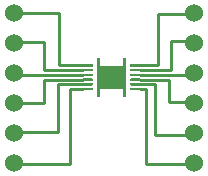
<source format=gtl>
G04*
G04 #@! TF.GenerationSoftware,Altium Limited,Altium Designer,21.7.2 (23)*
G04*
G04 Layer_Physical_Order=1*
G04 Layer_Color=255*
%FSAX25Y25*%
%MOIN*%
G70*
G04*
G04 #@! TF.SameCoordinates,459872EF-3558-45D4-9662-87612B2E164F*
G04*
G04*
G04 #@! TF.FilePolarity,Positive*
G04*
G01*
G75*
%ADD12C,0.01000*%
%ADD13R,0.01575X0.00787*%
%ADD14R,0.09646X0.07677*%
%ADD15C,0.06000*%
%ADD16C,0.01968*%
G36*
X0026024Y-0025044D02*
X0026045Y-0025045D01*
X0026065Y-0025048D01*
X0026086Y-0025052D01*
X0026106Y-0025057D01*
X0026126Y-0025063D01*
X0026145Y-0025069D01*
X0026164Y-0025077D01*
X0026183Y-0025086D01*
X0026201Y-0025096D01*
X0026218Y-0025107D01*
X0026235Y-0025118D01*
X0026252Y-0025131D01*
X0026267Y-0025144D01*
X0026282Y-0025159D01*
X0026296Y-0025174D01*
X0026310Y-0025189D01*
X0026322Y-0025206D01*
X0026334Y-0025223D01*
X0026345Y-0025240D01*
X0026355Y-0025258D01*
X0026364Y-0025277D01*
X0026371Y-0025296D01*
X0026378Y-0025315D01*
X0026384Y-0025335D01*
X0026389Y-0025355D01*
X0026393Y-0025375D01*
X0026395Y-0025396D01*
X0026397Y-0025416D01*
X0026398Y-0025437D01*
X0026397Y-0025458D01*
X0026395Y-0025478D01*
X0026393Y-0025499D01*
X0026389Y-0025519D01*
X0026384Y-0025539D01*
X0026378Y-0025559D01*
X0026371Y-0025578D01*
X0026364Y-0025597D01*
X0026355Y-0025616D01*
X0026345Y-0025634D01*
X0026334Y-0025651D01*
X0026322Y-0025668D01*
X0026310Y-0025685D01*
X0026296Y-0025701D01*
X0026282Y-0025715D01*
X0026267Y-0025730D01*
X0026252Y-0025743D01*
X0026235Y-0025756D01*
X0026218Y-0025767D01*
X0026201Y-0025778D01*
X0026183Y-0025788D01*
X0026164Y-0025797D01*
X0026145Y-0025805D01*
X0026126Y-0025811D01*
X0026106Y-0025817D01*
X0026086Y-0025822D01*
X0026065Y-0025826D01*
X0026045Y-0025829D01*
X0026024Y-0025830D01*
X0026004Y-0025831D01*
X0023051D01*
Y-0025043D01*
X0026004D01*
X0026024Y-0025044D01*
D02*
G37*
G36*
Y-0023469D02*
X0026045Y-0023471D01*
X0026065Y-0023473D01*
X0026086Y-0023477D01*
X0026106Y-0023482D01*
X0026126Y-0023488D01*
X0026145Y-0023495D01*
X0026164Y-0023503D01*
X0026183Y-0023511D01*
X0026201Y-0023521D01*
X0026218Y-0023532D01*
X0026235Y-0023544D01*
X0026252Y-0023556D01*
X0026267Y-0023570D01*
X0026282Y-0023584D01*
X0026296Y-0023599D01*
X0026310Y-0023614D01*
X0026322Y-0023631D01*
X0026334Y-0023648D01*
X0026345Y-0023665D01*
X0026355Y-0023684D01*
X0026364Y-0023702D01*
X0026371Y-0023721D01*
X0026378Y-0023741D01*
X0026384Y-0023760D01*
X0026389Y-0023780D01*
X0026393Y-0023801D01*
X0026395Y-0023821D01*
X0026397Y-0023842D01*
X0026398Y-0023862D01*
X0026397Y-0023883D01*
X0026395Y-0023903D01*
X0026393Y-0023924D01*
X0026389Y-0023944D01*
X0026384Y-0023964D01*
X0026378Y-0023984D01*
X0026371Y-0024003D01*
X0026364Y-0024022D01*
X0026355Y-0024041D01*
X0026345Y-0024059D01*
X0026334Y-0024077D01*
X0026322Y-0024094D01*
X0026310Y-0024110D01*
X0026296Y-0024126D01*
X0026282Y-0024141D01*
X0026267Y-0024155D01*
X0026252Y-0024168D01*
X0026235Y-0024181D01*
X0026218Y-0024192D01*
X0026201Y-0024203D01*
X0026183Y-0024213D01*
X0026164Y-0024222D01*
X0026145Y-0024230D01*
X0026126Y-0024237D01*
X0026106Y-0024242D01*
X0026086Y-0024247D01*
X0026065Y-0024251D01*
X0026045Y-0024254D01*
X0026024Y-0024255D01*
X0026004Y-0024256D01*
X0023051D01*
Y-0023469D01*
X0026004D01*
X0026024Y-0023469D01*
D02*
G37*
G36*
Y-0021894D02*
X0026045Y-0021896D01*
X0026065Y-0021899D01*
X0026086Y-0021902D01*
X0026106Y-0021907D01*
X0026126Y-0021913D01*
X0026145Y-0021920D01*
X0026164Y-0021928D01*
X0026183Y-0021937D01*
X0026201Y-0021946D01*
X0026218Y-0021957D01*
X0026235Y-0021969D01*
X0026252Y-0021981D01*
X0026267Y-0021995D01*
X0026282Y-0022009D01*
X0026296Y-0022024D01*
X0026310Y-0022040D01*
X0026322Y-0022056D01*
X0026334Y-0022073D01*
X0026345Y-0022091D01*
X0026355Y-0022109D01*
X0026364Y-0022127D01*
X0026371Y-0022146D01*
X0026378Y-0022166D01*
X0026384Y-0022185D01*
X0026389Y-0022206D01*
X0026393Y-0022226D01*
X0026395Y-0022246D01*
X0026397Y-0022267D01*
X0026398Y-0022287D01*
X0026397Y-0022308D01*
X0026395Y-0022329D01*
X0026393Y-0022349D01*
X0026389Y-0022369D01*
X0026384Y-0022389D01*
X0026378Y-0022409D01*
X0026371Y-0022429D01*
X0026364Y-0022447D01*
X0026355Y-0022466D01*
X0026345Y-0022484D01*
X0026334Y-0022502D01*
X0026322Y-0022519D01*
X0026310Y-0022535D01*
X0026296Y-0022551D01*
X0026282Y-0022566D01*
X0026267Y-0022580D01*
X0026252Y-0022593D01*
X0026235Y-0022606D01*
X0026218Y-0022618D01*
X0026201Y-0022628D01*
X0026183Y-0022638D01*
X0026164Y-0022647D01*
X0026145Y-0022655D01*
X0026126Y-0022662D01*
X0026106Y-0022668D01*
X0026086Y-0022672D01*
X0026065Y-0022676D01*
X0026045Y-0022679D01*
X0026024Y-0022681D01*
X0026004Y-0022681D01*
X0023051D01*
Y-0021894D01*
X0026004D01*
X0026024Y-0021894D01*
D02*
G37*
G36*
Y-0020319D02*
X0026045Y-0020321D01*
X0026065Y-0020324D01*
X0026086Y-0020327D01*
X0026106Y-0020332D01*
X0026126Y-0020338D01*
X0026145Y-0020345D01*
X0026164Y-0020353D01*
X0026183Y-0020362D01*
X0026201Y-0020372D01*
X0026218Y-0020382D01*
X0026235Y-0020394D01*
X0026252Y-0020407D01*
X0026267Y-0020420D01*
X0026282Y-0020434D01*
X0026296Y-0020449D01*
X0026310Y-0020465D01*
X0026322Y-0020481D01*
X0026334Y-0020498D01*
X0026345Y-0020516D01*
X0026355Y-0020534D01*
X0026364Y-0020552D01*
X0026371Y-0020572D01*
X0026378Y-0020591D01*
X0026384Y-0020611D01*
X0026389Y-0020631D01*
X0026393Y-0020651D01*
X0026395Y-0020671D01*
X0026397Y-0020692D01*
X0026398Y-0020713D01*
X0026397Y-0020733D01*
X0026395Y-0020754D01*
X0026393Y-0020774D01*
X0026389Y-0020795D01*
X0026384Y-0020814D01*
X0026378Y-0020834D01*
X0026371Y-0020854D01*
X0026364Y-0020873D01*
X0026355Y-0020891D01*
X0026345Y-0020910D01*
X0026334Y-0020927D01*
X0026322Y-0020944D01*
X0026310Y-0020960D01*
X0026296Y-0020976D01*
X0026282Y-0020991D01*
X0026267Y-0021005D01*
X0026252Y-0021019D01*
X0026235Y-0021031D01*
X0026218Y-0021043D01*
X0026201Y-0021054D01*
X0026183Y-0021063D01*
X0026164Y-0021072D01*
X0026145Y-0021080D01*
X0026126Y-0021087D01*
X0026106Y-0021093D01*
X0026086Y-0021098D01*
X0026065Y-0021101D01*
X0026045Y-0021104D01*
X0026024Y-0021106D01*
X0026004Y-0021106D01*
X0023051D01*
Y-0020319D01*
X0026004D01*
X0026024Y-0020319D01*
D02*
G37*
G36*
Y-0018745D02*
X0026045Y-0018746D01*
X0026065Y-0018749D01*
X0026086Y-0018753D01*
X0026106Y-0018757D01*
X0026126Y-0018763D01*
X0026145Y-0018770D01*
X0026164Y-0018778D01*
X0026183Y-0018787D01*
X0026201Y-0018797D01*
X0026218Y-0018808D01*
X0026235Y-0018819D01*
X0026252Y-0018832D01*
X0026267Y-0018845D01*
X0026282Y-0018859D01*
X0026296Y-0018874D01*
X0026310Y-0018890D01*
X0026322Y-0018906D01*
X0026334Y-0018923D01*
X0026345Y-0018941D01*
X0026355Y-0018959D01*
X0026364Y-0018978D01*
X0026371Y-0018997D01*
X0026378Y-0019016D01*
X0026384Y-0019036D01*
X0026389Y-0019056D01*
X0026393Y-0019076D01*
X0026395Y-0019097D01*
X0026397Y-0019117D01*
X0026398Y-0019138D01*
X0026397Y-0019158D01*
X0026395Y-0019179D01*
X0026393Y-0019199D01*
X0026389Y-0019220D01*
X0026384Y-0019240D01*
X0026378Y-0019260D01*
X0026371Y-0019279D01*
X0026364Y-0019298D01*
X0026355Y-0019317D01*
X0026345Y-0019335D01*
X0026334Y-0019352D01*
X0026322Y-0019369D01*
X0026310Y-0019386D01*
X0026296Y-0019401D01*
X0026282Y-0019416D01*
X0026267Y-0019430D01*
X0026252Y-0019444D01*
X0026235Y-0019456D01*
X0026218Y-0019468D01*
X0026201Y-0019479D01*
X0026183Y-0019489D01*
X0026164Y-0019498D01*
X0026145Y-0019505D01*
X0026126Y-0019512D01*
X0026106Y-0019518D01*
X0026086Y-0019523D01*
X0026065Y-0019527D01*
X0026045Y-0019529D01*
X0026024Y-0019531D01*
X0026004Y-0019532D01*
X0023051D01*
Y-0018744D01*
X0026004D01*
X0026024Y-0018745D01*
D02*
G37*
G36*
Y-0017170D02*
X0026045Y-0017171D01*
X0026065Y-0017174D01*
X0026086Y-0017178D01*
X0026106Y-0017183D01*
X0026126Y-0017189D01*
X0026145Y-0017195D01*
X0026164Y-0017203D01*
X0026183Y-0017212D01*
X0026201Y-0017222D01*
X0026218Y-0017233D01*
X0026235Y-0017244D01*
X0026252Y-0017257D01*
X0026267Y-0017270D01*
X0026282Y-0017285D01*
X0026296Y-0017300D01*
X0026310Y-0017315D01*
X0026322Y-0017332D01*
X0026334Y-0017349D01*
X0026345Y-0017366D01*
X0026355Y-0017384D01*
X0026364Y-0017403D01*
X0026371Y-0017422D01*
X0026378Y-0017441D01*
X0026384Y-0017461D01*
X0026389Y-0017481D01*
X0026393Y-0017501D01*
X0026395Y-0017522D01*
X0026397Y-0017542D01*
X0026398Y-0017563D01*
X0026397Y-0017584D01*
X0026395Y-0017604D01*
X0026393Y-0017625D01*
X0026389Y-0017645D01*
X0026384Y-0017665D01*
X0026378Y-0017685D01*
X0026371Y-0017704D01*
X0026364Y-0017723D01*
X0026355Y-0017742D01*
X0026345Y-0017760D01*
X0026334Y-0017777D01*
X0026322Y-0017794D01*
X0026310Y-0017811D01*
X0026296Y-0017826D01*
X0026282Y-0017841D01*
X0026267Y-0017856D01*
X0026252Y-0017869D01*
X0026235Y-0017882D01*
X0026218Y-0017893D01*
X0026201Y-0017904D01*
X0026183Y-0017914D01*
X0026164Y-0017923D01*
X0026145Y-0017931D01*
X0026126Y-0017937D01*
X0026106Y-0017943D01*
X0026086Y-0017948D01*
X0026065Y-0017952D01*
X0026045Y-0017955D01*
X0026024Y-0017956D01*
X0026004Y-0017957D01*
X0023051D01*
Y-0017169D01*
X0026004D01*
X0026024Y-0017170D01*
D02*
G37*
G36*
X0037323Y-0027996D02*
X0036339D01*
Y-0025339D01*
X0028661D01*
Y-0027996D01*
X0027677D01*
Y-0015004D01*
X0028661D01*
Y-0017661D01*
X0036339D01*
Y-0015004D01*
X0037323D01*
Y-0027996D01*
D02*
G37*
G36*
X0041949Y-0017957D02*
X0038996D01*
X0038976Y-0017956D01*
X0038955Y-0017955D01*
X0038934Y-0017952D01*
X0038914Y-0017948D01*
X0038894Y-0017943D01*
X0038874Y-0017937D01*
X0038855Y-0017931D01*
X0038836Y-0017923D01*
X0038817Y-0017914D01*
X0038799Y-0017904D01*
X0038782Y-0017893D01*
X0038765Y-0017882D01*
X0038748Y-0017869D01*
X0038733Y-0017856D01*
X0038718Y-0017841D01*
X0038704Y-0017826D01*
X0038690Y-0017811D01*
X0038678Y-0017794D01*
X0038666Y-0017777D01*
X0038655Y-0017760D01*
X0038645Y-0017742D01*
X0038636Y-0017723D01*
X0038629Y-0017704D01*
X0038622Y-0017685D01*
X0038616Y-0017665D01*
X0038611Y-0017645D01*
X0038607Y-0017625D01*
X0038605Y-0017604D01*
X0038603Y-0017584D01*
X0038602Y-0017563D01*
X0038603Y-0017542D01*
X0038605Y-0017522D01*
X0038607Y-0017501D01*
X0038611Y-0017481D01*
X0038616Y-0017461D01*
X0038622Y-0017441D01*
X0038629Y-0017422D01*
X0038636Y-0017403D01*
X0038645Y-0017384D01*
X0038655Y-0017366D01*
X0038666Y-0017349D01*
X0038678Y-0017332D01*
X0038690Y-0017315D01*
X0038704Y-0017300D01*
X0038718Y-0017285D01*
X0038733Y-0017270D01*
X0038748Y-0017257D01*
X0038765Y-0017244D01*
X0038782Y-0017233D01*
X0038799Y-0017222D01*
X0038817Y-0017212D01*
X0038836Y-0017203D01*
X0038855Y-0017195D01*
X0038874Y-0017189D01*
X0038894Y-0017183D01*
X0038914Y-0017178D01*
X0038934Y-0017174D01*
X0038955Y-0017171D01*
X0038976Y-0017170D01*
X0038996Y-0017169D01*
X0041949D01*
Y-0017957D01*
D02*
G37*
G36*
Y-0019532D02*
X0038996D01*
X0038976Y-0019531D01*
X0038955Y-0019529D01*
X0038934Y-0019527D01*
X0038914Y-0019523D01*
X0038894Y-0019518D01*
X0038874Y-0019512D01*
X0038855Y-0019505D01*
X0038836Y-0019498D01*
X0038817Y-0019489D01*
X0038799Y-0019479D01*
X0038782Y-0019468D01*
X0038765Y-0019456D01*
X0038748Y-0019444D01*
X0038733Y-0019430D01*
X0038718Y-0019416D01*
X0038704Y-0019401D01*
X0038690Y-0019386D01*
X0038678Y-0019369D01*
X0038666Y-0019352D01*
X0038655Y-0019335D01*
X0038645Y-0019317D01*
X0038636Y-0019298D01*
X0038629Y-0019279D01*
X0038622Y-0019260D01*
X0038616Y-0019240D01*
X0038611Y-0019220D01*
X0038607Y-0019199D01*
X0038605Y-0019179D01*
X0038603Y-0019158D01*
X0038602Y-0019138D01*
X0038603Y-0019117D01*
X0038605Y-0019097D01*
X0038607Y-0019076D01*
X0038611Y-0019056D01*
X0038616Y-0019036D01*
X0038622Y-0019016D01*
X0038629Y-0018997D01*
X0038636Y-0018978D01*
X0038645Y-0018959D01*
X0038655Y-0018941D01*
X0038666Y-0018923D01*
X0038678Y-0018906D01*
X0038690Y-0018890D01*
X0038704Y-0018874D01*
X0038718Y-0018859D01*
X0038733Y-0018845D01*
X0038748Y-0018832D01*
X0038765Y-0018819D01*
X0038782Y-0018808D01*
X0038799Y-0018797D01*
X0038817Y-0018787D01*
X0038836Y-0018778D01*
X0038855Y-0018770D01*
X0038874Y-0018763D01*
X0038894Y-0018757D01*
X0038914Y-0018753D01*
X0038934Y-0018749D01*
X0038955Y-0018746D01*
X0038976Y-0018745D01*
X0038996Y-0018744D01*
X0041949D01*
Y-0019532D01*
D02*
G37*
G36*
Y-0021106D02*
X0038996D01*
X0038976Y-0021106D01*
X0038955Y-0021104D01*
X0038934Y-0021101D01*
X0038914Y-0021098D01*
X0038894Y-0021093D01*
X0038874Y-0021087D01*
X0038855Y-0021080D01*
X0038836Y-0021072D01*
X0038817Y-0021063D01*
X0038799Y-0021054D01*
X0038782Y-0021043D01*
X0038765Y-0021031D01*
X0038748Y-0021019D01*
X0038733Y-0021005D01*
X0038718Y-0020991D01*
X0038704Y-0020976D01*
X0038690Y-0020960D01*
X0038678Y-0020944D01*
X0038666Y-0020927D01*
X0038655Y-0020910D01*
X0038645Y-0020891D01*
X0038636Y-0020873D01*
X0038629Y-0020854D01*
X0038622Y-0020834D01*
X0038616Y-0020814D01*
X0038611Y-0020795D01*
X0038607Y-0020774D01*
X0038605Y-0020754D01*
X0038603Y-0020733D01*
X0038602Y-0020713D01*
X0038603Y-0020692D01*
X0038605Y-0020671D01*
X0038607Y-0020651D01*
X0038611Y-0020631D01*
X0038616Y-0020611D01*
X0038622Y-0020591D01*
X0038629Y-0020572D01*
X0038636Y-0020552D01*
X0038645Y-0020534D01*
X0038655Y-0020516D01*
X0038666Y-0020498D01*
X0038678Y-0020481D01*
X0038690Y-0020465D01*
X0038704Y-0020449D01*
X0038718Y-0020434D01*
X0038733Y-0020420D01*
X0038748Y-0020407D01*
X0038765Y-0020394D01*
X0038782Y-0020382D01*
X0038799Y-0020372D01*
X0038817Y-0020362D01*
X0038836Y-0020353D01*
X0038855Y-0020345D01*
X0038874Y-0020338D01*
X0038894Y-0020332D01*
X0038914Y-0020327D01*
X0038934Y-0020324D01*
X0038955Y-0020321D01*
X0038976Y-0020319D01*
X0038996Y-0020319D01*
X0041949D01*
Y-0021106D01*
D02*
G37*
G36*
Y-0022681D02*
X0038996D01*
X0038976Y-0022681D01*
X0038955Y-0022679D01*
X0038934Y-0022676D01*
X0038914Y-0022672D01*
X0038894Y-0022668D01*
X0038874Y-0022662D01*
X0038855Y-0022655D01*
X0038836Y-0022647D01*
X0038817Y-0022638D01*
X0038799Y-0022628D01*
X0038782Y-0022618D01*
X0038765Y-0022606D01*
X0038748Y-0022593D01*
X0038733Y-0022580D01*
X0038718Y-0022566D01*
X0038704Y-0022551D01*
X0038690Y-0022535D01*
X0038678Y-0022519D01*
X0038666Y-0022502D01*
X0038655Y-0022484D01*
X0038645Y-0022466D01*
X0038636Y-0022447D01*
X0038629Y-0022429D01*
X0038622Y-0022409D01*
X0038616Y-0022389D01*
X0038611Y-0022369D01*
X0038607Y-0022349D01*
X0038605Y-0022329D01*
X0038603Y-0022308D01*
X0038602Y-0022287D01*
X0038603Y-0022267D01*
X0038605Y-0022246D01*
X0038607Y-0022226D01*
X0038611Y-0022206D01*
X0038616Y-0022185D01*
X0038622Y-0022166D01*
X0038629Y-0022146D01*
X0038636Y-0022127D01*
X0038645Y-0022109D01*
X0038655Y-0022091D01*
X0038666Y-0022073D01*
X0038678Y-0022056D01*
X0038690Y-0022040D01*
X0038704Y-0022024D01*
X0038718Y-0022009D01*
X0038733Y-0021995D01*
X0038748Y-0021981D01*
X0038765Y-0021969D01*
X0038782Y-0021957D01*
X0038799Y-0021946D01*
X0038817Y-0021937D01*
X0038836Y-0021928D01*
X0038855Y-0021920D01*
X0038874Y-0021913D01*
X0038894Y-0021907D01*
X0038914Y-0021902D01*
X0038934Y-0021899D01*
X0038955Y-0021896D01*
X0038976Y-0021894D01*
X0038996Y-0021894D01*
X0041949D01*
Y-0022681D01*
D02*
G37*
G36*
Y-0024256D02*
X0038996D01*
X0038976Y-0024255D01*
X0038955Y-0024254D01*
X0038934Y-0024251D01*
X0038914Y-0024247D01*
X0038894Y-0024242D01*
X0038874Y-0024237D01*
X0038855Y-0024230D01*
X0038836Y-0024222D01*
X0038817Y-0024213D01*
X0038799Y-0024203D01*
X0038782Y-0024192D01*
X0038765Y-0024181D01*
X0038748Y-0024168D01*
X0038733Y-0024155D01*
X0038718Y-0024141D01*
X0038704Y-0024126D01*
X0038690Y-0024110D01*
X0038678Y-0024094D01*
X0038666Y-0024077D01*
X0038655Y-0024059D01*
X0038645Y-0024041D01*
X0038636Y-0024022D01*
X0038629Y-0024003D01*
X0038622Y-0023984D01*
X0038616Y-0023964D01*
X0038611Y-0023944D01*
X0038607Y-0023924D01*
X0038605Y-0023903D01*
X0038603Y-0023883D01*
X0038602Y-0023862D01*
X0038603Y-0023842D01*
X0038605Y-0023821D01*
X0038607Y-0023801D01*
X0038611Y-0023780D01*
X0038616Y-0023760D01*
X0038622Y-0023741D01*
X0038629Y-0023721D01*
X0038636Y-0023702D01*
X0038645Y-0023684D01*
X0038655Y-0023665D01*
X0038666Y-0023648D01*
X0038678Y-0023631D01*
X0038690Y-0023614D01*
X0038704Y-0023599D01*
X0038718Y-0023584D01*
X0038733Y-0023570D01*
X0038748Y-0023556D01*
X0038765Y-0023544D01*
X0038782Y-0023532D01*
X0038799Y-0023521D01*
X0038817Y-0023511D01*
X0038836Y-0023503D01*
X0038855Y-0023495D01*
X0038874Y-0023488D01*
X0038894Y-0023482D01*
X0038914Y-0023477D01*
X0038934Y-0023473D01*
X0038955Y-0023471D01*
X0038976Y-0023469D01*
X0038996Y-0023469D01*
X0041949D01*
Y-0024256D01*
D02*
G37*
G36*
Y-0025831D02*
X0038996D01*
X0038976Y-0025830D01*
X0038955Y-0025829D01*
X0038934Y-0025826D01*
X0038914Y-0025822D01*
X0038894Y-0025817D01*
X0038874Y-0025811D01*
X0038855Y-0025805D01*
X0038836Y-0025797D01*
X0038817Y-0025788D01*
X0038799Y-0025778D01*
X0038782Y-0025767D01*
X0038765Y-0025756D01*
X0038748Y-0025743D01*
X0038733Y-0025730D01*
X0038718Y-0025715D01*
X0038704Y-0025701D01*
X0038690Y-0025685D01*
X0038678Y-0025668D01*
X0038666Y-0025651D01*
X0038655Y-0025634D01*
X0038645Y-0025616D01*
X0038636Y-0025597D01*
X0038629Y-0025578D01*
X0038622Y-0025559D01*
X0038616Y-0025539D01*
X0038611Y-0025519D01*
X0038607Y-0025499D01*
X0038605Y-0025478D01*
X0038603Y-0025458D01*
X0038602Y-0025437D01*
X0038603Y-0025416D01*
X0038605Y-0025396D01*
X0038607Y-0025375D01*
X0038611Y-0025355D01*
X0038616Y-0025335D01*
X0038622Y-0025315D01*
X0038629Y-0025296D01*
X0038636Y-0025277D01*
X0038645Y-0025258D01*
X0038655Y-0025240D01*
X0038666Y-0025223D01*
X0038678Y-0025206D01*
X0038690Y-0025189D01*
X0038704Y-0025174D01*
X0038718Y-0025159D01*
X0038733Y-0025144D01*
X0038748Y-0025131D01*
X0038765Y-0025118D01*
X0038782Y-0025107D01*
X0038799Y-0025096D01*
X0038817Y-0025086D01*
X0038836Y-0025077D01*
X0038855Y-0025069D01*
X0038874Y-0025063D01*
X0038894Y-0025057D01*
X0038914Y-0025052D01*
X0038934Y-0025048D01*
X0038955Y-0025045D01*
X0038976Y-0025044D01*
X0038996Y-0025043D01*
X0041949D01*
Y-0025831D01*
D02*
G37*
D12*
X0040866Y-0017563D02*
X0047937D01*
X0048000Y-0017500D01*
Y-0016500D01*
X0000437Y-0050437D02*
X0018563D01*
Y-0025437D01*
X0023051D01*
X0000138Y-0039862D02*
X0014638D01*
Y-0023862D01*
X0023051D01*
X0000000Y-0030000D02*
X0010000D01*
Y-0022500D01*
X0010213Y-0022287D01*
X0023051D01*
X0000713Y-0020713D02*
X0023051D01*
X0000362Y-0009638D02*
X0010138D01*
Y-0019138D02*
Y-0009638D01*
Y-0019138D02*
X0023051D01*
X0000000Y0000000D02*
X0015000D01*
Y-0017500D02*
Y0000000D01*
Y-0017500D02*
X0015063Y-0017563D01*
X0023051D01*
X0044063Y-0050437D02*
X0059563D01*
X0044000Y-0050500D02*
X0044063Y-0050437D01*
X0044000Y-0050500D02*
X0044063Y-0050437D01*
Y-0025437D01*
X0041949D02*
X0044063D01*
X0047138Y-0040862D02*
X0059138D01*
X0047138D02*
Y-0023862D01*
X0041949D02*
X0047138D01*
X0051787Y-0029787D02*
X0059787D01*
X0051787D02*
Y-0022287D01*
X0041949D02*
X0051787D01*
X0041949Y-0020713D02*
X0059287D01*
X0052500Y-0009500D02*
X0059500D01*
X0052500Y-0019000D02*
Y-0009500D01*
X0052362Y-0019138D02*
X0052500Y-0019000D01*
X0041949Y-0019138D02*
X0052362D01*
X0048000Y-0000500D02*
X0059500D01*
X0048000Y-0016500D02*
Y-0000500D01*
X0000000Y0000000D02*
X0000500Y0000500D01*
D13*
X0040276Y-0022287D02*
D03*
Y-0020713D02*
D03*
Y-0017563D02*
D03*
Y-0019138D02*
D03*
Y-0023862D02*
D03*
Y-0025437D02*
D03*
X0024724Y-0017563D02*
D03*
Y-0023862D02*
D03*
Y-0022287D02*
D03*
Y-0019138D02*
D03*
Y-0025437D02*
D03*
Y-0020713D02*
D03*
D14*
X0032500Y-0021500D02*
D03*
D15*
X0060000Y-0040000D02*
D03*
Y-0030000D02*
D03*
Y-0020000D02*
D03*
Y-0050000D02*
D03*
Y-0010000D02*
D03*
Y0000000D02*
D03*
X0000000D02*
D03*
Y-0010000D02*
D03*
Y-0020000D02*
D03*
Y-0040000D02*
D03*
Y-0030000D02*
D03*
Y-0050000D02*
D03*
D16*
X0032500Y-0019532D02*
D03*
X0028957Y-0023469D02*
D03*
X0036043D02*
D03*
Y-0019532D02*
D03*
X0032500Y-0023469D02*
D03*
X0028957Y-0019532D02*
D03*
M02*

</source>
